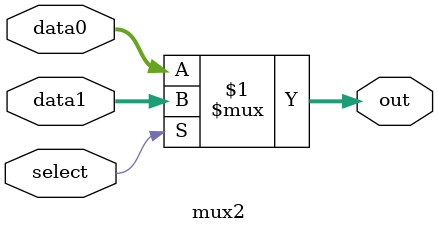
<source format=v>
module mux2 #(parameter W=8)(data0, data1, select, out);
	output [(W-1):0] out;
	input [(W-1):0] data0;
	input [(W-1):0] data1;
	input select;
	assign out = (select)?data1:data0;
endmodule
</source>
